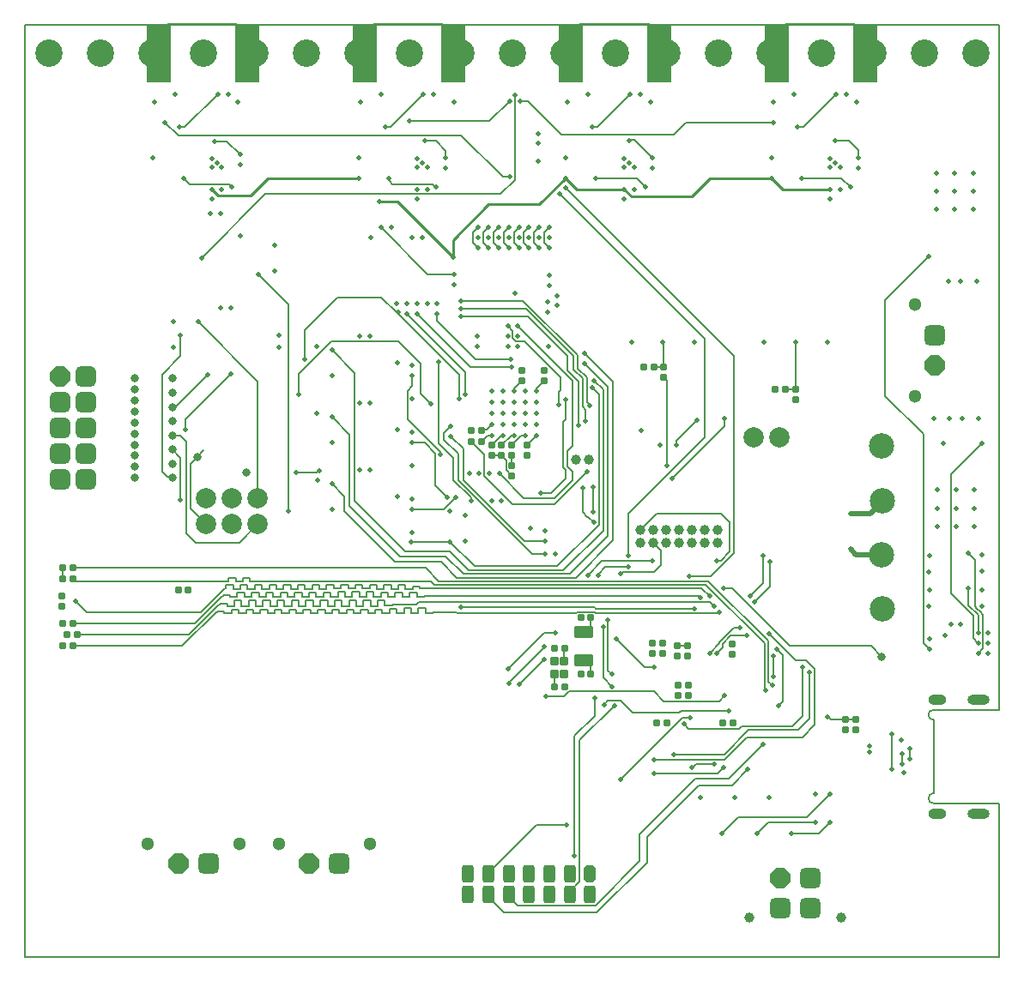
<source format=gbl>
G04*
G04 #@! TF.GenerationSoftware,Altium Limited,Altium Designer,22.0.2 (36)*
G04*
G04 Layer_Physical_Order=4*
G04 Layer_Color=16711680*
%FSLAX44Y44*%
%MOMM*%
G71*
G04*
G04 #@! TF.SameCoordinates,BB817302-6D05-45A6-82D7-9B19CF937CD1*
G04*
G04*
G04 #@! TF.FilePolarity,Positive*
G04*
G01*
G75*
%ADD10C,0.2500*%
%ADD11C,0.1500*%
%ADD12C,0.2000*%
%ADD15C,0.5000*%
%ADD21R,2.4000X5.8000*%
G04:AMPARAMS|DCode=23|XSize=0.6mm|YSize=0.6mm|CornerRadius=0.075mm|HoleSize=0mm|Usage=FLASHONLY|Rotation=90.000|XOffset=0mm|YOffset=0mm|HoleType=Round|Shape=RoundedRectangle|*
%AMROUNDEDRECTD23*
21,1,0.6000,0.4500,0,0,90.0*
21,1,0.4500,0.6000,0,0,90.0*
1,1,0.1500,0.2250,0.2250*
1,1,0.1500,0.2250,-0.2250*
1,1,0.1500,-0.2250,-0.2250*
1,1,0.1500,-0.2250,0.2250*
%
%ADD23ROUNDEDRECTD23*%
G04:AMPARAMS|DCode=30|XSize=0.6mm|YSize=0.6mm|CornerRadius=0.075mm|HoleSize=0mm|Usage=FLASHONLY|Rotation=180.000|XOffset=0mm|YOffset=0mm|HoleType=Round|Shape=RoundedRectangle|*
%AMROUNDEDRECTD30*
21,1,0.6000,0.4500,0,0,180.0*
21,1,0.4500,0.6000,0,0,180.0*
1,1,0.1500,-0.2250,0.2250*
1,1,0.1500,0.2250,0.2250*
1,1,0.1500,0.2250,-0.2250*
1,1,0.1500,-0.2250,-0.2250*
%
%ADD30ROUNDEDRECTD30*%
%ADD105C,1.0000*%
%ADD106C,1.3000*%
%ADD107P,2.1994X8X202.5*%
G04:AMPARAMS|DCode=108|XSize=2.032mm|YSize=2.032mm|CornerRadius=0.508mm|HoleSize=0mm|Usage=FLASHONLY|Rotation=180.000|XOffset=0mm|YOffset=0mm|HoleType=Round|Shape=RoundedRectangle|*
%AMROUNDEDRECTD108*
21,1,2.0320,1.0160,0,0,180.0*
21,1,1.0160,2.0320,0,0,180.0*
1,1,1.0160,-0.5080,0.5080*
1,1,1.0160,0.5080,0.5080*
1,1,1.0160,0.5080,-0.5080*
1,1,1.0160,-0.5080,-0.5080*
%
%ADD108ROUNDEDRECTD108*%
G04:AMPARAMS|DCode=109|XSize=1.2192mm|YSize=1.7272mm|CornerRadius=0.3048mm|HoleSize=0mm|Usage=FLASHONLY|Rotation=0.000|XOffset=0mm|YOffset=0mm|HoleType=Round|Shape=RoundedRectangle|*
%AMROUNDEDRECTD109*
21,1,1.2192,1.1176,0,0,0.0*
21,1,0.6096,1.7272,0,0,0.0*
1,1,0.6096,0.3048,-0.5588*
1,1,0.6096,-0.3048,-0.5588*
1,1,0.6096,-0.3048,0.5588*
1,1,0.6096,0.3048,0.5588*
%
%ADD109ROUNDEDRECTD109*%
G04:AMPARAMS|DCode=110|XSize=1.2192mm|YSize=1.7272mm|CornerRadius=0mm|HoleSize=0mm|Usage=FLASHONLY|Rotation=0.000|XOffset=0mm|YOffset=0mm|HoleType=Round|Shape=Octagon|*
%AMOCTAGOND110*
4,1,8,-0.3048,0.8636,0.3048,0.8636,0.6096,0.5588,0.6096,-0.5588,0.3048,-0.8636,-0.3048,-0.8636,-0.6096,-0.5588,-0.6096,0.5588,-0.3048,0.8636,0.0*
%
%ADD110OCTAGOND110*%

%ADD111P,2.1994X8X112.5*%
G04:AMPARAMS|DCode=112|XSize=2.032mm|YSize=2.032mm|CornerRadius=0.508mm|HoleSize=0mm|Usage=FLASHONLY|Rotation=90.000|XOffset=0mm|YOffset=0mm|HoleType=Round|Shape=RoundedRectangle|*
%AMROUNDEDRECTD112*
21,1,2.0320,1.0160,0,0,90.0*
21,1,1.0160,2.0320,0,0,90.0*
1,1,1.0160,0.5080,0.5080*
1,1,1.0160,0.5080,-0.5080*
1,1,1.0160,-0.5080,-0.5080*
1,1,1.0160,-0.5080,0.5080*
%
%ADD112ROUNDEDRECTD112*%
%ADD113C,0.8000*%
G04:AMPARAMS|DCode=114|XSize=2mm|YSize=2mm|CornerRadius=0.5mm|HoleSize=0mm|Usage=FLASHONLY|Rotation=90.000|XOffset=0mm|YOffset=0mm|HoleType=Round|Shape=RoundedRectangle|*
%AMROUNDEDRECTD114*
21,1,2.0000,1.0000,0,0,90.0*
21,1,1.0000,2.0000,0,0,90.0*
1,1,1.0000,0.5000,0.5000*
1,1,1.0000,0.5000,-0.5000*
1,1,1.0000,-0.5000,-0.5000*
1,1,1.0000,-0.5000,0.5000*
%
%ADD114ROUNDEDRECTD114*%
%ADD115P,2.1648X8X112.5*%
%ADD116C,2.0000*%
%ADD117O,2.2000X1.0000*%
%ADD118O,1.8000X1.0000*%
%ADD119C,2.5000*%
%ADD120C,2.7000*%
%ADD121C,0.5000*%
G04:AMPARAMS|DCode=133|XSize=0.875mm|YSize=0.775mm|CornerRadius=0.0969mm|HoleSize=0mm|Usage=FLASHONLY|Rotation=90.000|XOffset=0mm|YOffset=0mm|HoleType=Round|Shape=RoundedRectangle|*
%AMROUNDEDRECTD133*
21,1,0.8750,0.5813,0,0,90.0*
21,1,0.6813,0.7750,0,0,90.0*
1,1,0.1938,0.2906,0.3406*
1,1,0.1938,0.2906,-0.3406*
1,1,0.1938,-0.2906,-0.3406*
1,1,0.1938,-0.2906,0.3406*
%
%ADD133ROUNDEDRECTD133*%
G04:AMPARAMS|DCode=134|XSize=1.2mm|YSize=1.9mm|CornerRadius=0.15mm|HoleSize=0mm|Usage=FLASHONLY|Rotation=90.000|XOffset=0mm|YOffset=0mm|HoleType=Round|Shape=RoundedRectangle|*
%AMROUNDEDRECTD134*
21,1,1.2000,1.6000,0,0,90.0*
21,1,0.9000,1.9000,0,0,90.0*
1,1,0.3000,0.8000,0.4500*
1,1,0.3000,0.8000,-0.4500*
1,1,0.3000,-0.8000,-0.4500*
1,1,0.3000,-0.8000,0.4500*
%
%ADD134ROUNDEDRECTD134*%
D10*
X598000Y751000D02*
X657194D01*
X591000Y758000D02*
X598000Y751000D01*
X657194D02*
X675194Y769000D01*
X190000Y752000D02*
X222000D01*
X184000Y758000D02*
X190000Y752000D01*
X222000D02*
X239000Y769000D01*
X349000Y746000D02*
X367000D01*
X422000Y691000D01*
X239000Y769000D02*
X329000D01*
X675194D02*
X736001D01*
X544001Y758000D02*
X591000D01*
X533001Y769000D02*
X544001Y758000D01*
X747001D02*
X794000D01*
X736001Y769000D02*
X747001Y758000D01*
X422000Y708000D02*
X457000Y743000D01*
X507000D02*
X533000Y769000D01*
X457000Y743000D02*
X507000D01*
X422000Y691000D02*
Y708000D01*
D11*
X896000Y244000D02*
G03*
X896000Y234000I0J-5000D01*
G01*
Y161600D02*
G03*
X896000Y151600I0J-5000D01*
G01*
X749800Y921000D02*
X818800D01*
X547000Y921000D02*
X616000D01*
X343400Y921000D02*
X412400D01*
X140200D02*
X209200D01*
X961000Y141600D02*
Y151600D01*
X896000D02*
X961000D01*
X961000Y0D02*
X961000Y141600D01*
X0Y0D02*
X961000D01*
X961000Y254000D02*
X961000Y920000D01*
X896000Y244000D02*
X961000D01*
Y254000D01*
X896000Y161600D02*
Y234000D01*
X0Y920000D02*
X0Y0D01*
X0Y920000D02*
X961000D01*
D12*
X213290Y346531D02*
Y351798D01*
X241610Y346531D02*
X248690D01*
X312410D02*
Y351798D01*
X220370D02*
X227450D01*
Y346531D02*
X234530D01*
X220370D02*
Y351798D01*
X248690D02*
X255770D01*
X277010D02*
X284090D01*
X354890Y346734D02*
X361970D01*
X269930Y346531D02*
X277010D01*
X340730D02*
X347810D01*
X340730D02*
Y351798D01*
X234530Y346531D02*
Y351798D01*
X388222Y350000D02*
X399905D01*
X291170Y346531D02*
Y351798D01*
X241610Y346531D02*
Y351798D01*
X248690Y346531D02*
Y351798D01*
X333650Y346531D02*
Y351798D01*
X361970Y348000D02*
X386222D01*
X319490Y351798D02*
X326570D01*
X206210Y346531D02*
Y351798D01*
X277010Y346531D02*
Y351798D01*
X291170D02*
X298250D01*
X305330Y346531D02*
Y351798D01*
X347810D02*
X354890D01*
X284090Y346531D02*
X291170D01*
X191050Y348000D02*
X192050D01*
X262850Y351798D02*
X269930D01*
X255770Y346531D02*
Y351798D01*
X333650D02*
X340730D01*
X199130Y346531D02*
Y349000D01*
X319490Y346531D02*
Y351798D01*
X192050Y348000D02*
Y349000D01*
X298250Y346531D02*
Y351798D01*
X227450Y346531D02*
Y351798D01*
X326570Y346531D02*
X333650D01*
X347810D02*
Y351798D01*
X255770Y346531D02*
X262850D01*
X269930D02*
Y351798D01*
X213290Y346531D02*
X220370D01*
X361970Y346734D02*
Y348000D01*
X192050Y349000D02*
X199130D01*
X386222Y348000D02*
X388222Y350000D01*
X305330Y351798D02*
X312410D01*
X234530D02*
X241610D01*
X199130Y346531D02*
X206210D01*
X312410D02*
X319490D01*
X284090D02*
Y351798D01*
X206210D02*
X213290D01*
X262850Y346531D02*
Y351798D01*
X298250Y346531D02*
X305330D01*
X326570D02*
Y351798D01*
X354890Y346734D02*
Y351798D01*
X169500Y493500D02*
X176000Y500000D01*
X163000Y487000D02*
X169500Y493500D01*
X794812Y234000D02*
X809000D01*
X791812Y237000D02*
X794812Y234000D01*
X791000Y237000D02*
X791812D01*
X810000Y234000D02*
X819000D01*
X809000Y234000D02*
X810000D01*
X819000D01*
X819000Y234000D01*
X820000D01*
X808000D02*
X809000D01*
X848000Y554000D02*
Y648400D01*
X886000Y310000D02*
Y516000D01*
X848000Y554000D02*
X886000Y516000D01*
X848000Y648400D02*
X891600Y692000D01*
X158000Y521000D02*
Y531000D01*
X203000Y576000D01*
X145000Y501000D02*
X153000Y493000D01*
Y451000D02*
Y493000D01*
X163000Y442900D02*
X178600Y427300D01*
X163000Y442900D02*
Y487000D01*
X145000Y515000D02*
X153000D01*
X159000Y418000D02*
Y509000D01*
X153000Y515000D02*
X159000Y509000D01*
Y418000D02*
X168000Y409000D01*
X211100D02*
X229400Y427300D01*
X168000Y409000D02*
X211100D01*
X366975Y635475D02*
X389763Y612687D01*
X351450Y651000D02*
X366975Y635475D01*
X267000Y478000D02*
X288000D01*
X148000Y543000D02*
X180000Y575000D01*
X135000Y479000D02*
X140050Y473950D01*
X144050D01*
X145000Y473000D01*
X135000Y479000D02*
Y575000D01*
X153000Y593000D02*
Y614000D01*
X135000Y575000D02*
X153000Y593000D01*
X366975Y635475D02*
X368036Y636536D01*
X366975Y635475D02*
X366975Y635475D01*
X366975D02*
X366975D01*
X642574Y505574D02*
Y509574D01*
X663000Y530000D01*
X642000Y505000D02*
X642574Y505574D01*
X540000Y470950D02*
Y478950D01*
X534920Y484030D02*
X540000Y478950D01*
X531000Y483000D02*
X533000Y481000D01*
Y472000D02*
Y481000D01*
X531000Y483000D02*
Y528500D01*
X533000Y530500D01*
X534920Y484030D02*
Y499619D01*
X540000Y504700D01*
Y569000D01*
X535000Y579000D02*
X546000Y568000D01*
Y525000D02*
Y568000D01*
X545798Y524798D02*
X546000Y525000D01*
X485750Y623250D02*
X540000Y569000D01*
X533000Y530500D02*
Y550000D01*
X719000Y350000D02*
X735000Y366000D01*
Y390000D01*
X694000Y176000D02*
X728000Y210000D01*
X661000Y176000D02*
X694000D01*
X664000Y169000D02*
X697000D01*
X713000Y185000D01*
X711450Y217000D02*
X767000D01*
X689500Y200000D02*
X713500Y224000D01*
X763000D01*
X640000Y200000D02*
X689500D01*
X689450Y195000D02*
X711450Y217000D01*
X620000Y195000D02*
X689450D01*
X661812Y190000D02*
X680000D01*
X658000Y187000D02*
X658812D01*
X661812Y190000D01*
X620000Y181000D02*
X682929D01*
X688964Y187036D01*
X587000Y175000D02*
X587000D01*
X648000Y236000D01*
X462734Y88372D02*
X504362Y130000D01*
X534000D01*
X487000Y269000D02*
X512000Y294000D01*
X477000Y270500D02*
X512000Y305500D01*
X477000Y270000D02*
Y270500D01*
X512000Y305500D02*
Y306000D01*
X476000Y284000D02*
X512000Y320000D01*
X523188D01*
X542000Y100000D02*
Y218000D01*
X562000Y238000D01*
X537000Y64540D02*
X547000Y74540D01*
Y214000D01*
X581000Y248000D01*
X562000Y238000D02*
Y256000D01*
X457000Y83432D02*
X461940Y88372D01*
X457000Y82000D02*
Y83432D01*
X461940Y88372D02*
X462734D01*
X46999Y384001D02*
X395000D01*
X408000Y371000D01*
X674000D01*
X401900Y340500D02*
X421043D01*
X401900Y339800D02*
Y340500D01*
X394820Y339800D02*
X401900D01*
X394820D02*
Y344846D01*
X387740D02*
X394820D01*
X387740Y339278D02*
Y344846D01*
X380660Y339278D02*
X387740D01*
X380660D02*
Y344500D01*
X373580D02*
X380660D01*
X373580Y339278D02*
Y344500D01*
X366500Y339278D02*
X373580D01*
X366500D02*
Y343234D01*
X359420D02*
X366500D01*
X359420Y339278D02*
Y343234D01*
X352340Y339278D02*
X359420D01*
X352340D02*
Y343031D01*
X345260D02*
X352340D01*
X345260Y339278D02*
Y343031D01*
X338180Y339278D02*
X345260D01*
X338180D02*
Y343031D01*
X331100D02*
X338180D01*
X331100Y339278D02*
Y343031D01*
X324020Y339278D02*
X331100D01*
X324020D02*
Y343031D01*
X316940D02*
X324020D01*
X316940Y339278D02*
Y343031D01*
X309860Y339278D02*
X316940D01*
X309860D02*
Y343031D01*
X302780D02*
X309860D01*
X302780Y339278D02*
Y343031D01*
X295700Y339278D02*
X302780D01*
X295700D02*
Y343031D01*
X288620D02*
X295700D01*
X288620Y339278D02*
Y343031D01*
X281540Y339278D02*
X288620D01*
X281540D02*
Y343031D01*
X274460D02*
X281540D01*
X274460Y339278D02*
Y343031D01*
X267380Y339278D02*
X274460D01*
X267380D02*
Y343031D01*
X260300D02*
X267380D01*
X260300Y339278D02*
Y343031D01*
X253220Y339278D02*
X260300D01*
X253220D02*
Y343031D01*
X246140D02*
X253220D01*
X246140Y339278D02*
Y343031D01*
X239060Y339278D02*
X246140D01*
X239060D02*
Y343031D01*
X231980D02*
X239060D01*
X231980Y339278D02*
Y343031D01*
X224900Y339278D02*
X231980D01*
X224900D02*
Y343031D01*
X217820D02*
X224900D01*
X217820Y339278D02*
Y343031D01*
X210740Y339278D02*
X217820D01*
X210740D02*
Y343031D01*
X203660D02*
X210740D01*
X203660Y339278D02*
Y343031D01*
X196580Y339278D02*
X203660D01*
X196580D02*
Y341500D01*
X189500D02*
X196580D01*
X189500Y340500D02*
Y341500D01*
X188500Y340500D02*
X189500D01*
X421043D02*
X424802D01*
X426302Y339000D01*
X542904D01*
X399905Y350000D02*
X675328D01*
X400421Y356000D02*
X410601D01*
X400421D02*
Y356466D01*
X393341D02*
X400421D01*
X393341Y355298D02*
Y356466D01*
X386261Y355298D02*
X393341D01*
X386261D02*
Y359661D01*
X379181D02*
X386261D01*
X379181Y355298D02*
Y359661D01*
X372101Y355298D02*
X379181D01*
X372101D02*
Y359661D01*
X365021D02*
X372101D01*
X365021Y355298D02*
Y359661D01*
X357941Y355298D02*
X365021D01*
X357941D02*
Y359661D01*
X350861D02*
X357941D01*
X350861Y355298D02*
Y359661D01*
X343781Y355298D02*
X350861D01*
X343781D02*
Y360500D01*
X336701D02*
X343781D01*
X336701Y355298D02*
Y360500D01*
X329621Y355298D02*
X336701D01*
X329621D02*
Y360500D01*
X322541D02*
X329621D01*
X322541Y355298D02*
Y360500D01*
X315461Y355298D02*
X322541D01*
X315461D02*
Y360500D01*
X308381D02*
X315461D01*
X308381Y355298D02*
Y360500D01*
X301301Y355298D02*
X308381D01*
X301301D02*
Y359661D01*
X294221D02*
X301301D01*
X294221Y355298D02*
Y359661D01*
X287141Y355298D02*
X294221D01*
X287141D02*
Y359661D01*
X280061D02*
X287141D01*
X280061Y355298D02*
Y359661D01*
X272981Y355298D02*
X280061D01*
X272981D02*
Y359661D01*
X265901D02*
X272981D01*
X265901Y355298D02*
Y359661D01*
X258821Y355298D02*
X265901D01*
X258821D02*
Y359661D01*
X251741D02*
X258821D01*
X251741Y355298D02*
Y359661D01*
X244661Y355298D02*
X251741D01*
X244661D02*
Y359661D01*
X237581D02*
X244661D01*
X237581Y355298D02*
Y359661D01*
X230501Y355298D02*
X237581D01*
X230501D02*
Y359661D01*
X223421D02*
X230501D01*
X223421Y355298D02*
Y359661D01*
X216341Y355298D02*
X223421D01*
X216341D02*
Y359661D01*
X209261D02*
X216341D01*
X209261Y355298D02*
Y359661D01*
X202181Y355298D02*
X209261D01*
X202181D02*
Y357000D01*
X195101D02*
X202181D01*
X195101Y356000D02*
Y357000D01*
X194101Y356000D02*
X195101D01*
X410601D02*
X664653D01*
X389311Y364000D02*
X400027D01*
X389311D02*
Y365864D01*
X382231D02*
X389311D01*
X382231Y363161D02*
Y365864D01*
X375151Y363161D02*
X382231D01*
X375151D02*
Y367500D01*
X368071D02*
X375151D01*
X368071Y363161D02*
Y367500D01*
X360991Y363161D02*
X368071D01*
X360991D02*
Y367500D01*
X353911D02*
X360991D01*
X353911Y363161D02*
Y367500D01*
X346831Y363161D02*
X353911D01*
X346831D02*
Y367500D01*
X339751D02*
X346831D01*
X339751Y364000D02*
Y367500D01*
X332671Y364000D02*
X339751D01*
X332671D02*
Y367500D01*
X325591D02*
X332671D01*
X325591Y364000D02*
Y367500D01*
X318511Y364000D02*
X325591D01*
X318511D02*
Y367500D01*
X311431D02*
X318511D01*
X311431Y364000D02*
Y367500D01*
X304351Y364000D02*
X311431D01*
X304351D02*
Y367500D01*
X297271D02*
X304351D01*
X297271Y363161D02*
Y367500D01*
X290191Y363161D02*
X297271D01*
X290191D02*
Y367500D01*
X283111D02*
X290191D01*
X283111Y363161D02*
Y367500D01*
X276031Y363161D02*
X283111D01*
X276031D02*
Y367500D01*
X268951D02*
X276031D01*
X268951Y363161D02*
Y367500D01*
X261871Y363161D02*
X268951D01*
X261871D02*
Y367500D01*
X254791D02*
X261871D01*
X254791Y363161D02*
Y367500D01*
X247711Y363161D02*
X254791D01*
X247711D02*
Y367500D01*
X240631D02*
X247711D01*
X240631Y363161D02*
Y367500D01*
X233551Y363161D02*
X240631D01*
X233551D02*
Y367500D01*
X226471D02*
X233551D01*
X226471Y363161D02*
Y367500D01*
X219391Y363161D02*
X226471D01*
X219391D02*
Y367500D01*
X212311D02*
X219391D01*
X212311Y363161D02*
Y367500D01*
X205231Y363161D02*
X212311D01*
X205231D02*
Y367500D01*
X198151D02*
X205231D01*
X198151Y364000D02*
Y367500D01*
X197151Y364000D02*
X198151D01*
X400027D02*
X667000D01*
X399950Y371000D02*
X400989Y369961D01*
X221898Y371000D02*
X399950D01*
X221898D02*
Y373695D01*
X214818D02*
X221898D01*
X214818Y371000D02*
Y373695D01*
X207738Y371000D02*
X214818D01*
X207738D02*
Y374211D01*
X200658D02*
X207738D01*
X200658Y371000D02*
Y374211D01*
X199658Y371000D02*
X200658D01*
X400989Y369961D02*
X403450Y367500D01*
X514000Y257000D02*
X531346D01*
X536346Y262000D01*
X430000Y345000D02*
X562046D01*
X563046Y344000D02*
X660000D01*
X562046Y345000D02*
X563046Y344000D01*
X544404Y340500D02*
X561596D01*
X542904Y339000D02*
X544404Y340500D01*
X665653Y355000D02*
X666464D01*
X664653Y356000D02*
X665653Y355000D01*
X679328Y346000D02*
X680000D01*
X675328Y350000D02*
X679328Y346000D01*
X410000Y390000D02*
X425500Y374500D01*
X537000Y378000D02*
X575000Y416000D01*
X437500Y381500D02*
X530500D01*
X425500Y374500D02*
X543500D01*
X419000Y410000D02*
X443000Y386000D01*
X403450Y367500D02*
X671500D01*
X415000Y395000D02*
X432000Y378000D01*
X443000Y386000D02*
X525000D01*
X543500Y374500D02*
X580000Y411000D01*
X419000Y400000D02*
X437500Y381500D01*
X432000Y378000D02*
X537000D01*
X530500Y381500D02*
X570000Y421000D01*
X606000Y121000D02*
X661000Y176000D01*
X648000Y236000D02*
X656000D01*
X613173Y118173D02*
X664000Y169000D01*
X654500Y225500D02*
X704500D01*
X650000Y230000D02*
X654500Y225500D01*
X598954Y241000D02*
X645071D01*
X647071Y243000D01*
X694000D01*
X586954Y253000D02*
X598954Y241000D01*
X704500Y225500D02*
X707000Y228000D01*
X757000D01*
X472460Y44000D02*
X564000D01*
X613173Y93173D01*
X457000Y59460D02*
X472460Y44000D01*
X613173Y93173D02*
Y118173D01*
X562346Y50864D02*
X606000Y94518D01*
Y121000D01*
X485596Y50864D02*
X562346D01*
X477000Y59460D02*
X485596Y50864D01*
X477000Y59460D02*
Y62000D01*
X457000Y59460D02*
Y62000D01*
X738000Y277000D02*
Y297000D01*
X671500Y367500D02*
X729500Y309500D01*
Y263500D02*
Y309500D01*
X674000Y371000D02*
X733000Y312000D01*
Y272000D02*
Y312000D01*
Y272000D02*
X737000Y268000D01*
X729500Y263500D02*
X730000Y263000D01*
X741000Y304000D02*
X741000D01*
X747000Y298000D01*
Y252000D02*
Y298000D01*
X834331Y307000D02*
X844942Y296389D01*
X697000Y364000D02*
X754000Y307000D01*
X834331D01*
X779000Y229000D02*
Y284000D01*
X770000Y293000D02*
X779000Y284000D01*
X760000Y293000D02*
X770000D01*
X774000Y235000D02*
Y281000D01*
X734000Y319000D02*
X760000Y293000D01*
X689000Y364000D02*
X697000D01*
X715000Y356000D02*
X728000Y369000D01*
X763000Y224000D02*
X774000Y235000D01*
X767000Y238000D02*
Y286000D01*
X757000Y228000D02*
X767000Y238000D01*
Y217000D02*
X779000Y229000D01*
X728000Y369000D02*
Y396000D01*
X698954Y325000D02*
X705000D01*
X684507Y309507D02*
Y310553D01*
X675000Y300000D02*
X684507Y309507D01*
X688007Y309103D02*
X695904Y317000D01*
X712000D01*
X688007Y305936D02*
Y309103D01*
X682036Y299965D02*
X688007Y305936D01*
X684507Y310553D02*
X698954Y325000D01*
X575000Y253000D02*
X586954D01*
X571000Y249000D02*
X575000Y253000D01*
X570000Y276000D02*
X579000Y267000D01*
X575000Y283000D02*
Y332674D01*
Y283000D02*
X579000Y279000D01*
X536346Y262000D02*
X620096D01*
X629596Y252500D01*
X570000Y276000D02*
Y326000D01*
X537000Y62000D02*
Y64540D01*
X572260Y385072D02*
X595000D01*
X565000Y377812D02*
X572260Y385072D01*
X565000Y377000D02*
Y377812D01*
X569000Y391000D02*
X619000D01*
X555000Y377000D02*
X569000Y391000D01*
X559000Y562000D02*
X565793Y555207D01*
Y426793D02*
Y555207D01*
X555538Y434319D02*
X560793Y429063D01*
X525000Y386000D02*
X565793Y426793D01*
X561000Y569000D02*
X570000Y560000D01*
Y421000D02*
Y560000D01*
X552000Y596000D02*
X580000Y568000D01*
X552000Y586000D02*
X575000Y563000D01*
X580000Y411000D02*
Y568000D01*
X575000Y416000D02*
Y563000D01*
X619600Y409000D02*
X627000Y401600D01*
Y387000D02*
Y401600D01*
X589672Y380072D02*
X620072D01*
X627000Y387000D01*
X587599Y378000D02*
X589672Y380072D01*
X587000Y378000D02*
X587599D01*
X550000Y439000D02*
X554681Y434319D01*
X555538D01*
X560000Y439000D02*
Y464000D01*
X550000Y439000D02*
Y463000D01*
X422213Y470787D02*
Y492787D01*
X408000Y507000D02*
X422213Y492787D01*
X408000Y507000D02*
Y587828D01*
X377000Y531000D02*
X409283Y498717D01*
Y496574D02*
X409857Y496000D01*
X409283Y496574D02*
Y498717D01*
X561596Y340500D02*
X563096Y339000D01*
X667000Y364000D02*
X675000Y356000D01*
X381000Y410000D02*
X381000Y410000D01*
X419000D01*
X583000Y314000D02*
X611000Y286000D01*
X620000D01*
X563096Y339000D02*
X682688D01*
X684188Y340500D02*
X685000D01*
X682688Y339000D02*
X684188Y340500D01*
X595000Y396000D02*
Y438000D01*
X670000Y513000D01*
Y610000D01*
X638000Y472000D02*
X690000Y524000D01*
Y532000D01*
X630000Y572000D02*
X632965Y569035D01*
Y485036D02*
Y569035D01*
X606898Y421700D02*
X623198Y438000D01*
X686000D01*
X695000Y429000D01*
X527000Y753000D02*
X670000Y610000D01*
X686000Y391000D02*
X695000Y400000D01*
Y429000D01*
X682000Y391000D02*
X686000D01*
X655000Y376000D02*
X675950D01*
X699000Y399050D02*
Y593000D01*
X675950Y376000D02*
X699000Y399050D01*
X533000Y759000D02*
X699000Y593000D01*
X743000Y248000D02*
X747000Y252000D01*
X684500Y252500D02*
X690000Y258000D01*
X629596Y252500D02*
X684500D01*
X47000Y307000D02*
X155000D01*
X51000Y318000D02*
X161050D01*
X47000Y329000D02*
X167101D01*
X61000Y340000D02*
X173151D01*
X50000Y351000D02*
X61000Y340000D01*
X46999Y373000D02*
X48999Y371000D01*
X36999Y373000D02*
Y383999D01*
X855000Y185000D02*
Y220000D01*
X865000Y190300D02*
Y200300D01*
X873000Y195300D02*
Y205300D01*
X630000Y582000D02*
Y605190D01*
X629001Y606189D02*
X630000Y605190D01*
X629001Y606189D02*
Y607001D01*
X620000Y582000D02*
X630000D01*
X620000Y582000D02*
X620000Y582000D01*
X760000Y560000D02*
Y606999D01*
X759999Y607001D02*
X760000Y606999D01*
X750000Y560000D02*
X760000D01*
X561000Y569000D02*
X561000D01*
X559000Y562000D02*
X559000D01*
X545000Y580950D02*
X554000Y571950D01*
X541000Y580000D02*
X550000Y571000D01*
Y543050D02*
Y571000D01*
X554000Y547812D02*
Y571950D01*
X550000Y543050D02*
X553000Y540050D01*
X554000Y547812D02*
X557000Y544812D01*
Y544000D02*
Y544812D01*
X553000Y529000D02*
Y540050D01*
X522000Y447000D02*
X554034Y479035D01*
X48999Y371000D02*
X199658D01*
X173151Y340000D02*
X197151Y364000D01*
X155000Y307000D02*
X188500Y340500D01*
X161050Y318000D02*
X191050Y348000D01*
X167101Y329000D02*
X194101Y356000D01*
X508929Y458000D02*
X519000D01*
X522050Y453000D02*
X540000Y470950D01*
X468000Y476999D02*
X491999Y453000D01*
X522050D01*
X519000Y458000D02*
X533000Y472000D01*
X480929Y447000D02*
X522000D01*
X453000Y474929D02*
X480929Y447000D01*
X365000Y390000D02*
X410000D01*
X453000Y474929D02*
Y496000D01*
X440000Y509000D02*
X453000Y496000D01*
X432000Y470929D02*
Y501999D01*
X492104Y410825D02*
X512825D01*
X499975Y397975D02*
X512975D01*
X432000Y470929D02*
X492104Y410825D01*
X427000Y470950D02*
X499975Y397975D01*
X420000Y514000D02*
X432000Y501999D01*
X413000Y510500D02*
X427000Y496500D01*
Y470950D02*
Y496500D01*
X413000Y510500D02*
Y517001D01*
X404857Y465143D02*
X416000Y454000D01*
X404857Y465143D02*
Y497143D01*
X394087Y507913D02*
X404857Y497143D01*
X422213Y470787D02*
X439611Y453389D01*
Y450318D02*
X439965Y449965D01*
X439611Y450318D02*
Y453389D01*
X377000Y531000D02*
Y558559D01*
X381913Y507913D02*
X394087D01*
X390212Y612687D02*
X428000Y574900D01*
Y551000D02*
Y574900D01*
X413000Y517001D02*
X419999Y524000D01*
X389763Y612687D02*
X390212D01*
X390000Y556000D02*
X400000Y546000D01*
X471250Y770000D02*
X478000D01*
X541000Y580000D02*
Y593000D01*
X545000Y580950D02*
Y594000D01*
X483930Y608000D02*
X492096D01*
X475998Y623002D02*
X480998Y618002D01*
Y610932D02*
X483930Y608000D01*
X480998Y610932D02*
Y618002D01*
X492096Y608000D02*
X528000Y572096D01*
X526000Y545000D02*
Y557954D01*
X528000Y559954D01*
Y572096D01*
X535000Y579000D02*
Y593000D01*
X496000Y632000D02*
X535000Y593000D01*
X430000Y632000D02*
X496000D01*
X430000Y640000D02*
X494000D01*
X541000Y593000D01*
X430000Y648000D02*
X491000D01*
X545000Y594000D01*
X308000Y651000D02*
X351450D01*
X276000Y619000D02*
X308000Y651000D01*
X276000Y590000D02*
Y619000D01*
X230000Y674000D02*
X260000Y644000D01*
Y440286D02*
Y644000D01*
X434000Y555000D02*
Y577500D01*
X376499Y635001D02*
X434000Y577500D01*
X390000Y556000D02*
Y586000D01*
X368000Y608000D02*
X390000Y586000D01*
X302000Y608000D02*
X368000D01*
X270000Y576000D02*
X302000Y608000D01*
X288000Y478000D02*
X290000Y480000D01*
X270000Y555000D02*
Y576000D01*
X643000Y307000D02*
X653000D01*
X531813Y304563D02*
X531875Y304625D01*
X531750Y292000D02*
X531813Y292063D01*
Y304563D01*
X521937Y279188D02*
X522000Y279250D01*
X521875Y266625D02*
X521937Y266688D01*
Y279188D01*
X553038Y293000D02*
X558000Y288038D01*
Y279000D02*
Y288038D01*
X551000Y293000D02*
X553038D01*
X558000Y325962D02*
Y335000D01*
X553038Y321000D02*
X558000Y325962D01*
X551000Y321000D02*
X553038D01*
X732570Y132971D02*
X779571D01*
X721570Y121971D02*
X732570Y132971D01*
X703571Y137971D02*
X771071D01*
X687571Y121971D02*
X703571Y137971D01*
X771071D02*
X794071Y160971D01*
X783071Y121971D02*
X794071Y132971D01*
X755570Y121971D02*
X783071D01*
X315000Y440000D02*
X365000Y390000D01*
X315000Y440000D02*
Y454800D01*
X320000Y445000D02*
Y515800D01*
Y445000D02*
X370000Y395000D01*
X415000D01*
X325000Y450000D02*
X375000Y400000D01*
X325000Y450000D02*
Y576800D01*
X375000Y400000D02*
X419000D01*
X302750Y467050D02*
X315000Y454800D01*
X302750Y533050D02*
X320000Y515800D01*
X302750Y599050D02*
X325000Y576800D01*
X229400Y452700D02*
Y568400D01*
X170750Y627050D02*
X229400Y568400D01*
X377000Y558559D02*
X381912Y563472D01*
X386500Y635000D02*
X439500Y582000D01*
X386500Y635000D02*
Y635001D01*
X439500Y582000D02*
X479500D01*
X406500Y628000D02*
Y635000D01*
X412825Y441825D02*
X425000Y454000D01*
X381912Y563472D02*
Y573913D01*
X381825Y441825D02*
X412825D01*
X444500Y590000D02*
X479000D01*
X406500Y628000D02*
X444500Y590000D01*
X474500Y488596D02*
X474624Y488720D01*
X474500Y480500D02*
Y488596D01*
X480000Y475001D02*
X480001D01*
X470000Y495000D02*
X474624Y490377D01*
Y488720D02*
Y490377D01*
X474500Y480500D02*
X480000Y475001D01*
X460000Y495000D02*
X470000D01*
X469426Y514426D02*
X470426D01*
X471000Y515000D01*
X460000Y505000D02*
X469426Y514426D01*
X479426D02*
X481426D01*
X482000Y515000D01*
X470000Y505000D02*
X479426Y514426D01*
X480000Y505000D02*
X489426Y514426D01*
X492426D01*
X493000Y515000D01*
X503426Y513426D02*
Y514426D01*
X495000Y505000D02*
X503426Y513426D01*
Y514426D02*
X504000Y515000D01*
X480000Y485000D02*
X480000Y485000D01*
Y495000D01*
X480000Y495000D02*
X480000Y495000D01*
X504000Y559000D02*
X504574Y559574D01*
Y561574D02*
X512000Y569000D01*
X504574Y559574D02*
Y561574D01*
X450828Y520829D02*
X454828D01*
X450000Y520000D02*
X450828Y520829D01*
X454828D02*
X460000Y526000D01*
X456000Y515000D02*
X460000D01*
X450000Y509000D02*
X456000Y515000D01*
X482574Y559574D02*
Y561574D01*
X490000Y569000D01*
X482000Y559000D02*
X482574Y559574D01*
X935000Y315001D02*
X939929Y310072D01*
X913000Y358502D02*
X935000Y336502D01*
Y315001D02*
Y336502D01*
X945000Y312072D02*
X945001Y312072D01*
X945000Y307929D02*
X945001Y307930D01*
Y312072D01*
X945000Y304999D02*
Y307929D01*
X939000Y343929D02*
X941929Y341000D01*
X942000D01*
X939000Y343929D02*
Y344000D01*
X940001Y300000D02*
X945000Y304999D01*
X937000Y346000D02*
X939000Y344000D01*
X942000Y341000D02*
X945000Y338000D01*
Y312072D02*
Y338000D01*
X913000Y358502D02*
Y476600D01*
X943400Y507000D01*
X766000Y769000D02*
X805000D01*
X814000Y760000D01*
X483000Y767000D02*
Y851000D01*
X469000Y753000D02*
X483000Y767000D01*
X237000Y753000D02*
X469000D01*
X488000Y845000D02*
X495750D01*
X458000Y825000D02*
X478000Y845000D01*
X528750Y812000D02*
X639928D01*
X495750Y845000D02*
X528750Y812000D01*
X639928D02*
X651927Y823999D01*
X393929Y806000D02*
X405000D01*
X151000Y811000D02*
X430250D01*
X471250Y770000D01*
X138000Y824000D02*
X151000Y811000D01*
X886000Y310000D02*
X892000Y304000D01*
X937000Y346000D02*
Y392000D01*
X930000Y399000D02*
X937000Y392000D01*
X930000Y347338D02*
X940000Y337338D01*
X930000Y347338D02*
Y364000D01*
X940000Y320000D02*
Y337338D01*
X397000Y674000D02*
X423000D01*
X351000Y720000D02*
X397000Y674000D01*
X512000Y714997D02*
X517002Y719998D01*
X512000Y705000D02*
X517000Y700000D01*
X512000Y705000D02*
Y714997D01*
X502000Y715000D02*
X507000Y720000D01*
X502000Y705000D02*
X507000Y700000D01*
X502000Y705000D02*
Y715000D01*
X492000Y705000D02*
X497000Y700000D01*
X492000Y715000D02*
X497000Y720000D01*
X492000Y705000D02*
Y715000D01*
X482000Y705000D02*
Y715000D01*
Y705000D02*
X487000Y700000D01*
X482000Y715000D02*
X487000Y720000D01*
X472000Y705000D02*
X477000Y700000D01*
X472000Y714997D02*
X477002Y719998D01*
X472000Y705000D02*
Y714997D01*
X462000D02*
X467002Y719998D01*
X462000Y705000D02*
X467000Y700000D01*
X462000Y705000D02*
Y714997D01*
X452000Y714997D02*
X457002Y719998D01*
X452000Y705000D02*
Y714997D01*
Y705000D02*
X457000Y700000D01*
X442000Y705000D02*
X447000Y700000D01*
X442000Y714999D02*
X447000Y719999D01*
X442000Y705000D02*
Y714999D01*
X174000Y690000D02*
X237000Y753000D01*
X603000Y769000D02*
X612000Y760000D01*
X362000Y763000D02*
X402000D01*
X359212Y765788D02*
X362000Y763000D01*
X402000D02*
X405000Y760000D01*
X359212Y765788D02*
Y768788D01*
X359000Y769000D02*
X359212Y768788D01*
X379000Y825000D02*
X458000D01*
X651927Y823999D02*
X738000D01*
X559000Y819250D02*
X564250D01*
X596478Y806729D02*
X600728D01*
X601000Y807000D01*
X596000Y806250D02*
X596478Y806729D01*
X601000Y807000D02*
X619001Y789000D01*
X405000Y806000D02*
X415000Y796000D01*
X799000Y806250D02*
X812750D01*
X822000Y797000D01*
X762000Y819250D02*
X767250D01*
X800000Y852000D01*
X822000Y788999D02*
Y797000D01*
X563000Y769000D02*
X603000D01*
X201000Y763000D02*
X204000Y760000D01*
X162000Y763000D02*
X201000D01*
X156000Y769000D02*
X162000Y763000D01*
X564250Y819250D02*
X597000Y852000D01*
X186750Y805250D02*
X198750D01*
X212000Y792000D01*
X152000Y819250D02*
X157250D01*
X190000Y852000D01*
X355000Y819250D02*
X360250D01*
X393000Y852000D01*
X415000Y788999D02*
Y796000D01*
D15*
X833553Y438000D02*
X845942Y450389D01*
X814000Y438000D02*
X833553D01*
X819611Y397389D02*
X844942D01*
X814000Y403000D02*
X819611Y397389D01*
D21*
X828600Y892000D02*
D03*
X741300D02*
D03*
X625800Y892000D02*
D03*
X538500D02*
D03*
X422200Y892000D02*
D03*
X334900D02*
D03*
X219000D02*
D03*
X131700D02*
D03*
D23*
X819000Y234000D02*
D03*
Y224000D02*
D03*
X809000D02*
D03*
Y234000D02*
D03*
X36000Y346000D02*
D03*
X36000Y356000D02*
D03*
X760000Y550000D02*
D03*
Y560000D02*
D03*
X630000Y572000D02*
D03*
Y582000D02*
D03*
X643000Y307000D02*
D03*
Y297000D02*
D03*
X653000D02*
D03*
Y307000D02*
D03*
X654000Y268000D02*
D03*
X654000Y258000D02*
D03*
X644000Y268000D02*
D03*
X644000Y258000D02*
D03*
X697000Y299000D02*
D03*
X697000Y309000D02*
D03*
X470000Y505000D02*
D03*
X470000Y495000D02*
D03*
X480000Y475000D02*
D03*
Y485000D02*
D03*
X495000Y505000D02*
D03*
X495000Y495000D02*
D03*
X480000Y505000D02*
D03*
X480000Y495000D02*
D03*
X490000Y569000D02*
D03*
X490000Y579000D02*
D03*
X460000Y495000D02*
D03*
X460000Y505000D02*
D03*
X512000Y569000D02*
D03*
X512000Y579000D02*
D03*
D30*
X41000Y318000D02*
D03*
X51000D02*
D03*
X37000Y307000D02*
D03*
X47000D02*
D03*
X37000Y329000D02*
D03*
X47000D02*
D03*
X151000Y362000D02*
D03*
X161000D02*
D03*
X37000Y373000D02*
D03*
X47000D02*
D03*
X37000Y384000D02*
D03*
X47000D02*
D03*
X750000Y560000D02*
D03*
X740000D02*
D03*
X620000Y582000D02*
D03*
X610000D02*
D03*
X521875Y304625D02*
D03*
X531875Y304625D02*
D03*
X531875Y266625D02*
D03*
X521875Y266625D02*
D03*
X548000Y335000D02*
D03*
X558000Y335000D02*
D03*
X548000Y279000D02*
D03*
X558000Y279000D02*
D03*
X623000Y231000D02*
D03*
X633000Y231000D02*
D03*
X688000Y231000D02*
D03*
X698000Y231000D02*
D03*
X629000Y300000D02*
D03*
X619000Y300000D02*
D03*
X629000Y310000D02*
D03*
X619000Y310000D02*
D03*
X450000Y520000D02*
D03*
X440000Y520000D02*
D03*
X450000Y509000D02*
D03*
X440000Y509000D02*
D03*
D105*
X657701Y409002D02*
D03*
X670401Y421702D02*
D03*
X657701D02*
D03*
X670401Y409002D02*
D03*
X619601Y421702D02*
D03*
X645001D02*
D03*
X632301D02*
D03*
X619601Y409002D02*
D03*
X645001D02*
D03*
X632301D02*
D03*
X606899D02*
D03*
Y421702D02*
D03*
X683101D02*
D03*
Y409002D02*
D03*
X804500Y38700D02*
D03*
X714500D02*
D03*
X556352Y491001D02*
D03*
X543652D02*
D03*
D106*
X877400Y644000D02*
D03*
Y554000D02*
D03*
X211000Y111800D02*
D03*
X121000D02*
D03*
X340000D02*
D03*
X250000D02*
D03*
D107*
X897000Y584000D02*
D03*
X744500Y78200D02*
D03*
D108*
X897000Y614000D02*
D03*
X744500Y48200D02*
D03*
X774500Y78200D02*
D03*
Y48200D02*
D03*
D109*
X557000Y62000D02*
D03*
X517000D02*
D03*
X537000D02*
D03*
X477000D02*
D03*
X437000D02*
D03*
X457000D02*
D03*
X517000Y82000D02*
D03*
X537000D02*
D03*
X477000D02*
D03*
X437000D02*
D03*
X457000D02*
D03*
X497000Y62000D02*
D03*
Y82000D02*
D03*
D110*
X557000D02*
D03*
D111*
X151000Y92200D02*
D03*
X280000D02*
D03*
D112*
X181000D02*
D03*
X310000D02*
D03*
D113*
X145000Y501000D02*
D03*
Y473000D02*
D03*
X108000Y538333D02*
D03*
Y549222D02*
D03*
X145000Y487000D02*
D03*
X169500Y493500D02*
D03*
X145000Y543000D02*
D03*
Y557000D02*
D03*
Y529000D02*
D03*
Y515000D02*
D03*
Y571000D02*
D03*
X108000Y560111D02*
D03*
Y527444D02*
D03*
Y516555D02*
D03*
Y505667D02*
D03*
Y494778D02*
D03*
Y571000D02*
D03*
X218000Y478000D02*
D03*
X108000Y473000D02*
D03*
Y483889D02*
D03*
X844942Y296389D02*
D03*
D114*
X59700Y572800D02*
D03*
Y522000D02*
D03*
Y547400D02*
D03*
Y471200D02*
D03*
X34300Y522000D02*
D03*
Y547400D02*
D03*
Y471200D02*
D03*
X59700Y496600D02*
D03*
X34300D02*
D03*
D115*
Y572800D02*
D03*
D116*
X743700Y513000D02*
D03*
X718300D02*
D03*
X178600Y452700D02*
D03*
X204000Y452700D02*
D03*
X229400Y452700D02*
D03*
Y427300D02*
D03*
X204000Y427300D02*
D03*
X178600Y427300D02*
D03*
D117*
X940000Y254000D02*
D03*
Y141600D02*
D03*
D118*
X900000Y254000D02*
D03*
Y141600D02*
D03*
D119*
X844942Y397389D02*
D03*
X845942Y343389D02*
D03*
X844942Y504389D02*
D03*
X845942Y450389D02*
D03*
D120*
X124800Y892000D02*
D03*
X937600D02*
D03*
X886800D02*
D03*
X836000D02*
D03*
X785200D02*
D03*
X734400D02*
D03*
X632800D02*
D03*
X683600D02*
D03*
X582000D02*
D03*
X531200D02*
D03*
X277200D02*
D03*
X74000Y892000D02*
D03*
X23200Y892000D02*
D03*
X226400D02*
D03*
X175600D02*
D03*
X429600D02*
D03*
X480400D02*
D03*
X378800D02*
D03*
X328000D02*
D03*
D121*
X833000Y202000D02*
D03*
Y208000D02*
D03*
X791000Y237000D02*
D03*
X819000Y224000D02*
D03*
X809001Y224000D02*
D03*
X158000Y521000D02*
D03*
X203000Y576000D02*
D03*
X153000Y451000D02*
D03*
X267000Y478000D02*
D03*
X180000Y575000D02*
D03*
X153000Y614000D02*
D03*
X145999Y602000D02*
D03*
X146000Y627000D02*
D03*
X642000Y505000D02*
D03*
X663000Y530000D02*
D03*
X545798Y524798D02*
D03*
X728000Y210000D02*
D03*
X713000Y185000D02*
D03*
X698000Y231000D02*
D03*
X680000Y190000D02*
D03*
X620000Y181000D02*
D03*
X658000Y187000D02*
D03*
X587000Y175000D02*
D03*
X487000Y269000D02*
D03*
X477000Y270000D02*
D03*
X476000Y284000D02*
D03*
X512000Y306000D02*
D03*
X542000Y100000D02*
D03*
X534000Y130000D02*
D03*
X514000Y257000D02*
D03*
X512000Y294000D02*
D03*
X430000Y345000D02*
D03*
X688964Y187036D02*
D03*
X620000Y195000D02*
D03*
X650000Y230000D02*
D03*
X656000Y236000D02*
D03*
X640000Y200000D02*
D03*
X738000Y277000D02*
D03*
X741000Y304000D02*
D03*
X774000Y281000D02*
D03*
X734000Y319000D02*
D03*
X719000Y350000D02*
D03*
X715000Y356000D02*
D03*
X767000Y286000D02*
D03*
X728000Y396000D02*
D03*
X735000Y390000D02*
D03*
X712000Y317000D02*
D03*
X705000Y325000D02*
D03*
X682036Y299965D02*
D03*
X675000Y300000D02*
D03*
X689000Y364000D02*
D03*
X644000Y258000D02*
D03*
X654000Y268000D02*
D03*
X644000Y268000D02*
D03*
X623000Y231000D02*
D03*
X562000Y256000D02*
D03*
X579000Y267000D02*
D03*
Y279000D02*
D03*
X571000Y249000D02*
D03*
X581000Y248000D02*
D03*
X694000Y243000D02*
D03*
X565000Y377000D02*
D03*
X555000D02*
D03*
X560793Y429063D02*
D03*
X595000Y385072D02*
D03*
X619000Y391000D02*
D03*
X587000Y378000D02*
D03*
X531875Y266625D02*
D03*
X523188Y320000D02*
D03*
X570000Y326000D02*
D03*
X575000Y332674D02*
D03*
X560000Y439000D02*
D03*
X409857Y496000D02*
D03*
X548000Y335000D02*
D03*
X381000Y410000D02*
D03*
X583000Y314000D02*
D03*
X620000Y286000D02*
D03*
X595000Y396000D02*
D03*
X638000Y472000D02*
D03*
X632965Y485036D02*
D03*
X527000Y753000D02*
D03*
X697000Y309000D02*
D03*
X682000Y391000D02*
D03*
X738000Y297000D02*
D03*
X690000Y258000D02*
D03*
X660000Y344000D02*
D03*
X666464Y355000D02*
D03*
X150999Y362001D02*
D03*
X36000Y346000D02*
D03*
Y356000D02*
D03*
X36999Y373000D02*
D03*
X36999Y307001D02*
D03*
X37000Y329000D02*
D03*
X40999Y318001D02*
D03*
X46999Y373000D02*
D03*
X46999Y329001D02*
D03*
Y384001D02*
D03*
X47000Y307000D02*
D03*
X50000Y351000D02*
D03*
X51000Y318000D02*
D03*
X161000Y362000D02*
D03*
X743000Y248000D02*
D03*
X864000Y214000D02*
D03*
X866999Y182000D02*
D03*
X737000Y268000D02*
D03*
X855000Y220000D02*
D03*
Y185000D02*
D03*
X873000Y195300D02*
D03*
Y205300D02*
D03*
X865000Y190300D02*
D03*
Y200300D02*
D03*
X629001Y607001D02*
D03*
X760001D02*
D03*
X760000Y550000D02*
D03*
X690000Y532000D02*
D03*
X533000Y550000D02*
D03*
X561000Y569000D02*
D03*
X559000Y562000D02*
D03*
X609999Y582000D02*
D03*
X552000Y586000D02*
D03*
X557000Y544000D02*
D03*
X553000Y529000D02*
D03*
X560000Y464000D02*
D03*
X554034Y479035D02*
D03*
X779571Y160971D02*
D03*
X655000Y376000D02*
D03*
X730000Y263000D02*
D03*
X675000Y356000D02*
D03*
X550000Y463000D02*
D03*
X508929Y458000D02*
D03*
X680000Y346000D02*
D03*
X685000Y340500D02*
D03*
X521875Y304625D02*
D03*
X814000Y438000D02*
D03*
X891625Y380000D02*
D03*
X891250Y346000D02*
D03*
X814000Y403000D02*
D03*
X896000Y532000D02*
D03*
X905300Y507000D02*
D03*
X619000Y309830D02*
D03*
X439965Y449965D02*
D03*
X382000Y518000D02*
D03*
X428000Y551000D02*
D03*
X420000Y514000D02*
D03*
X408000Y587828D02*
D03*
X400000Y546000D02*
D03*
X533000Y759000D02*
D03*
X478000Y770000D02*
D03*
X486000Y613001D02*
D03*
X475998Y613001D02*
D03*
X486001Y603000D02*
D03*
X552000Y596000D02*
D03*
X485750Y623250D02*
D03*
X430000Y632000D02*
D03*
Y640000D02*
D03*
Y648000D02*
D03*
X230000Y674000D02*
D03*
X366571Y645072D02*
D03*
X368036Y636536D02*
D03*
X526000Y545000D02*
D03*
X434000Y555000D02*
D03*
X419999Y524000D02*
D03*
X382000Y584000D02*
D03*
X288000Y603000D02*
D03*
X260000Y440286D02*
D03*
X270000Y555000D02*
D03*
X654000Y258000D02*
D03*
X629000Y300000D02*
D03*
X619000D02*
D03*
X688000Y231000D02*
D03*
X633000Y231000D02*
D03*
X697000Y299000D02*
D03*
X629000Y310000D02*
D03*
X653000Y297000D02*
D03*
X643000Y296999D02*
D03*
Y307000D02*
D03*
X522000Y279250D02*
D03*
X531750Y292000D02*
D03*
X548000Y279000D02*
D03*
X551000Y293000D02*
D03*
Y321000D02*
D03*
X721570Y121971D02*
D03*
X794071Y160971D02*
D03*
Y132971D02*
D03*
X779571D02*
D03*
X734071Y157471D02*
D03*
X700071Y157471D02*
D03*
X666071D02*
D03*
X755570Y121971D02*
D03*
X687571Y121971D02*
D03*
X245750Y676950D02*
D03*
Y702350D02*
D03*
X739999Y560000D02*
D03*
X791000Y607000D02*
D03*
X729000D02*
D03*
X660001Y607001D02*
D03*
X598000Y607000D02*
D03*
X489823Y579177D02*
D03*
X608000Y520000D02*
D03*
X626000Y505000D02*
D03*
X525000Y643000D02*
D03*
X525000Y653000D02*
D03*
X517000Y663000D02*
D03*
Y673000D02*
D03*
X515000Y637000D02*
D03*
X515000Y647000D02*
D03*
X522999Y398000D02*
D03*
X513025Y397975D02*
D03*
X512975Y421000D02*
D03*
X382000Y419000D02*
D03*
X288036Y470965D02*
D03*
X290000Y480000D02*
D03*
X302750Y573650D02*
D03*
X433750Y436050D02*
D03*
X302750Y467050D02*
D03*
X302750Y533050D02*
D03*
X302750Y599050D02*
D03*
X381964Y485036D02*
D03*
X302750Y441650D02*
D03*
X367250Y454350D02*
D03*
X382000Y551001D02*
D03*
X276000Y590000D02*
D03*
X376499Y635001D02*
D03*
X170750Y627050D02*
D03*
X419001Y410000D02*
D03*
X425000Y454000D02*
D03*
X416000D02*
D03*
X367250Y520350D02*
D03*
X419000Y440000D02*
D03*
X475998Y623002D02*
D03*
X468000Y476999D02*
D03*
X458000Y477000D02*
D03*
X438000D02*
D03*
X448000D02*
D03*
X498250Y423350D02*
D03*
X512825Y410825D02*
D03*
X381825Y441825D02*
D03*
X381913Y507913D02*
D03*
X381912Y573913D02*
D03*
X340000Y547000D02*
D03*
X288001Y537000D02*
D03*
X302750Y507650D02*
D03*
X330000Y547000D02*
D03*
X340000Y481000D02*
D03*
X382000Y452000D02*
D03*
X330000Y481000D02*
D03*
X367250Y586350D02*
D03*
X340000Y613000D02*
D03*
X330000Y613000D02*
D03*
X386500Y635000D02*
D03*
X406500D02*
D03*
X376500Y645001D02*
D03*
X386499Y645001D02*
D03*
X396499D02*
D03*
X406500Y645000D02*
D03*
X193000Y641000D02*
D03*
X203000D02*
D03*
X250000Y602000D02*
D03*
Y614000D02*
D03*
X495000Y495000D02*
D03*
X480001Y475001D02*
D03*
X480000Y495000D02*
D03*
X460000Y515000D02*
D03*
Y526000D02*
D03*
Y537000D02*
D03*
Y548000D02*
D03*
Y559000D02*
D03*
X471000Y515000D02*
D03*
Y526000D02*
D03*
Y537000D02*
D03*
Y548000D02*
D03*
Y559000D02*
D03*
X482000Y515000D02*
D03*
Y526000D02*
D03*
Y537000D02*
D03*
Y548000D02*
D03*
Y559000D02*
D03*
X493000Y515000D02*
D03*
Y526000D02*
D03*
Y537000D02*
D03*
Y548000D02*
D03*
Y559000D02*
D03*
X504000Y515000D02*
D03*
Y526000D02*
D03*
Y537000D02*
D03*
Y548000D02*
D03*
Y559000D02*
D03*
X479500Y582000D02*
D03*
X799000Y806250D02*
D03*
X814000Y760000D02*
D03*
X506000Y786000D02*
D03*
X483000Y851000D02*
D03*
X488000Y845000D02*
D03*
X478000D02*
D03*
X393929Y806000D02*
D03*
X440000Y520000D02*
D03*
X516000Y603000D02*
D03*
X446000Y613000D02*
D03*
X446000Y603000D02*
D03*
X475999D02*
D03*
X479000Y590000D02*
D03*
X433750Y410650D02*
D03*
X460000Y450000D02*
D03*
X470000Y450000D02*
D03*
X512000Y579000D02*
D03*
X440000Y509000D02*
D03*
X939000Y667000D02*
D03*
X935000Y738000D02*
D03*
X899000Y738000D02*
D03*
X917000Y738000D02*
D03*
X935000Y774000D02*
D03*
X899000Y774000D02*
D03*
X917000Y774000D02*
D03*
X935000Y756000D02*
D03*
X899000Y756000D02*
D03*
X917000Y756000D02*
D03*
X911000Y667000D02*
D03*
X923000D02*
D03*
X351000Y720001D02*
D03*
X517000Y710000D02*
D03*
X507000Y710000D02*
D03*
X497000Y710000D02*
D03*
X487000Y710000D02*
D03*
X477000D02*
D03*
X497000Y700000D02*
D03*
X457000Y710000D02*
D03*
X447000Y710000D02*
D03*
X212000Y712000D02*
D03*
X349000Y746000D02*
D03*
X387000Y748000D02*
D03*
X387000Y758000D02*
D03*
X329000Y769000D02*
D03*
X184000Y758000D02*
D03*
X591000D02*
D03*
X612000Y760000D02*
D03*
X794000Y758000D02*
D03*
X736001Y769000D02*
D03*
X533001D02*
D03*
X422000Y691000D02*
D03*
X423000Y674000D02*
D03*
X423000Y664000D02*
D03*
X361000Y720000D02*
D03*
X341000Y710000D02*
D03*
X382000Y710000D02*
D03*
X392000Y710000D02*
D03*
X405000Y760000D02*
D03*
X174000Y690000D02*
D03*
X559000Y819250D02*
D03*
X738000Y823999D02*
D03*
X506000Y813000D02*
D03*
X506000Y803000D02*
D03*
X379000Y825000D02*
D03*
X138000Y824000D02*
D03*
X183000Y734000D02*
D03*
X193000D02*
D03*
X483000Y655000D02*
D03*
X467000Y710000D02*
D03*
X517000Y700000D02*
D03*
X507000Y700000D02*
D03*
X487000D02*
D03*
X477000Y700000D02*
D03*
X467000Y700000D02*
D03*
X457000D02*
D03*
X447000Y700000D02*
D03*
X517002Y719998D02*
D03*
X507000Y720000D02*
D03*
X497000D02*
D03*
X487000D02*
D03*
X477002Y719998D02*
D03*
X467002D02*
D03*
X457002D02*
D03*
X447000Y719999D02*
D03*
X359000Y769000D02*
D03*
X596000Y806250D02*
D03*
X804000Y758000D02*
D03*
X601000D02*
D03*
X194000D02*
D03*
X397000D02*
D03*
X738001Y844000D02*
D03*
X736000Y789000D02*
D03*
X766000Y769000D02*
D03*
X794000Y748000D02*
D03*
X822000Y779000D02*
D03*
Y788999D02*
D03*
X820000Y844000D02*
D03*
X810000Y852000D02*
D03*
X800000D02*
D03*
X757999Y852000D02*
D03*
X762000Y819250D02*
D03*
X619001Y789000D02*
D03*
X619000Y778999D02*
D03*
X591000Y748000D02*
D03*
X563000Y769000D02*
D03*
X533000Y789000D02*
D03*
X617000Y843999D02*
D03*
X597000Y852000D02*
D03*
X555000Y852000D02*
D03*
X607000D02*
D03*
X535000Y844000D02*
D03*
X794000Y788000D02*
D03*
X804000Y780000D02*
D03*
X794000D02*
D03*
X799000Y784000D02*
D03*
X591000Y788000D02*
D03*
X601000Y780000D02*
D03*
X591000D02*
D03*
X596000Y784000D02*
D03*
X212000Y791999D02*
D03*
X186750Y805250D02*
D03*
X184000Y788000D02*
D03*
X194000Y780000D02*
D03*
X184000D02*
D03*
X189000Y784000D02*
D03*
X156000Y769000D02*
D03*
X204000Y760000D02*
D03*
X184000Y748000D02*
D03*
X212002Y781998D02*
D03*
X147998Y851999D02*
D03*
X128001Y844000D02*
D03*
X152000Y819250D02*
D03*
X190000Y852000D02*
D03*
X210000Y844000D02*
D03*
X200000Y852000D02*
D03*
X126000Y789000D02*
D03*
X423000Y844000D02*
D03*
X403000Y852000D02*
D03*
X415000Y788999D02*
D03*
Y779000D02*
D03*
X392000Y784000D02*
D03*
X387000Y780000D02*
D03*
X397000D02*
D03*
X387000Y788000D02*
D03*
X329000Y789000D02*
D03*
X393000Y852000D02*
D03*
X355000Y819250D02*
D03*
X350999Y852000D02*
D03*
X331001Y844001D02*
D03*
X943400Y507000D02*
D03*
X930000Y399000D02*
D03*
X918000Y443000D02*
D03*
X918000Y425000D02*
D03*
X918000Y461000D02*
D03*
X923000Y328500D02*
D03*
X930000Y364000D02*
D03*
X892000Y304000D02*
D03*
X891600Y692000D02*
D03*
X940001Y300000D02*
D03*
X940001Y310001D02*
D03*
X940000Y320000D02*
D03*
X892000Y314000D02*
D03*
X913000Y328500D02*
D03*
X907000Y317500D02*
D03*
X950001Y300000D02*
D03*
Y310000D02*
D03*
Y320000D02*
D03*
X892000Y362000D02*
D03*
Y396000D02*
D03*
X900000Y461000D02*
D03*
X936000Y461000D02*
D03*
X936000Y425000D02*
D03*
X900000Y425000D02*
D03*
X900000Y443000D02*
D03*
X936000Y443000D02*
D03*
X924000Y532000D02*
D03*
X911995D02*
D03*
X940000D02*
D03*
X944000Y397000D02*
D03*
Y381005D02*
D03*
Y346000D02*
D03*
Y362000D02*
D03*
D133*
X531750Y279250D02*
D03*
X522000Y292000D02*
D03*
Y279250D02*
D03*
X531750Y292000D02*
D03*
D134*
X551000Y293000D02*
D03*
Y321000D02*
D03*
M02*

</source>
